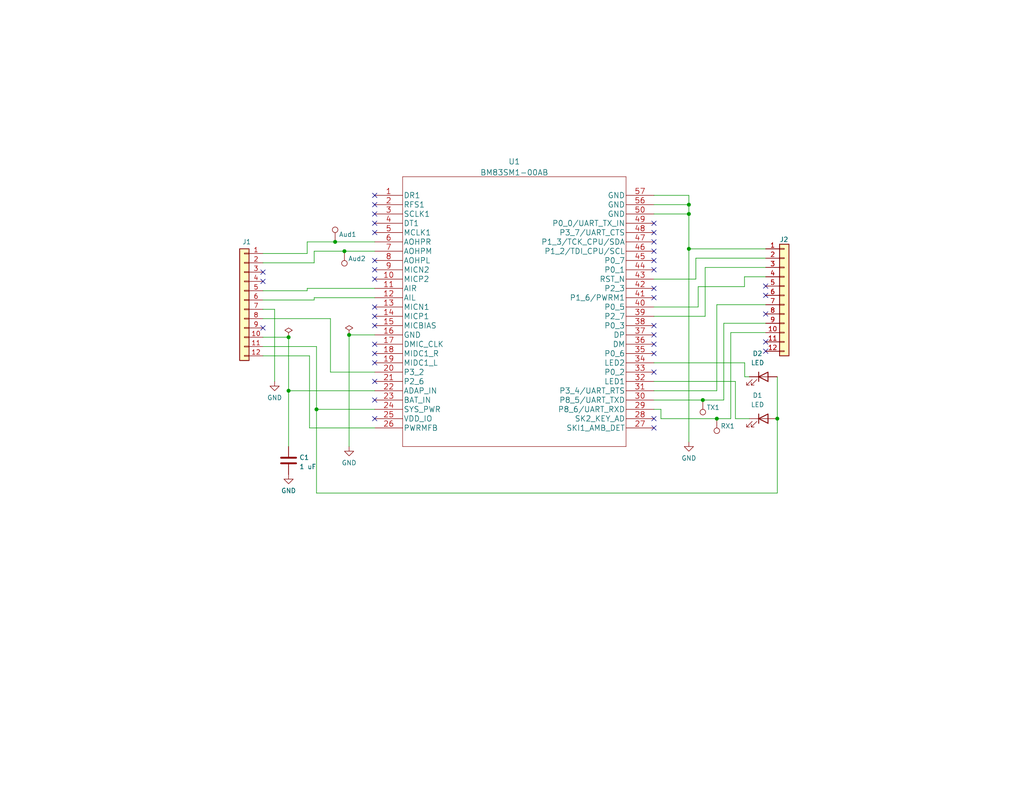
<source format=kicad_sch>
(kicad_sch (version 20231120) (generator "eeschema") (generator_version "8.0")
  (paper "USLetter")
  (title_block (title "BM-83 Carrier PCB") (date "2023-07-09") (rev "A"))
  (lib_symbols
    (symbol "BM-83:BM83SM1-00AB" (pin_names (offset 0.254))
      (property "Reference" "U" (at 38.1 10.16 0))
      (property "Value" "BM83SM1-00AB" (at 38.1 7.62 0))
      (symbol "BM83SM1-00AB_1_1"
        (polyline (pts (xy 7.62 -68.58) (xy 68.58 -68.58)) (stroke (width 0.127)))
        (polyline (pts (xy 7.62 5.08) (xy 7.62 -68.58)) (stroke (width 0.127)))
        (polyline (pts (xy 68.58 -68.58) (xy 68.58 5.08)) (stroke (width 0.127)))
        (polyline (pts (xy 68.58 5.08) (xy 7.62 5.08)) (stroke (width 0.127)))
        (pin input line (at 0 0 0) (length 7.62) (name "DR1") (number "1"))
        (pin input line (at 0 -22.86 0) (length 7.62) (name "MICP2") (number "10"))
        (pin input line (at 0 -25.4 0) (length 7.62) (name "AIR") (number "11"))
        (pin input line (at 0 -27.94 0) (length 7.62) (name "AIL") (number "12"))
        (pin input line (at 0 -30.48 0) (length 7.62) (name "MICN1") (number "13"))
        (pin input line (at 0 -33.02 0) (length 7.62) (name "MICP1") (number "14"))
        (pin power_in line (at 0 -35.56 0) (length 7.62) (name "MICBIAS") (number "15"))
        (pin power_in line (at 0 -38.1 0) (length 7.62) (name "GND") (number "16"))
        (pin output line (at 0 -40.64 0) (length 7.62) (name "DMIC_CLK") (number "17"))
        (pin input line (at 0 -43.18 0) (length 7.62) (name "MIDC1_R") (number "18"))
        (pin input line (at 0 -45.72 0) (length 7.62) (name "MIDC1_L") (number "19"))
        (pin bidirectional line (at 0 -2.54 0) (length 7.62) (name "RFS1") (number "2"))
        (pin bidirectional line (at 0 -48.26 0) (length 7.62) (name "P3_2") (number "20"))
        (pin bidirectional line (at 0 -50.8 0) (length 7.62) (name "P2_6") (number "21"))
        (pin power_in line (at 0 -53.34 0) (length 7.62) (name "ADAP_IN") (number "22"))
        (pin power_in line (at 0 -55.88 0) (length 7.62) (name "BAT_IN") (number "23"))
        (pin output line (at 0 -58.42 0) (length 7.62) (name "SYS_PWR") (number "24"))
        (pin power_in line (at 0 -60.96 0) (length 7.62) (name "VDD_IO") (number "25"))
        (pin input line (at 0 -63.5 0) (length 7.62) (name "PWRMFB") (number "26"))
        (pin input line (at 76.2 -63.5 180) (length 7.62) (name "SKI1_AMB_DET") (number "27"))
        (pin input line (at 76.2 -60.96 180) (length 7.62) (name "SK2_KEY_AD") (number "28"))
        (pin bidirectional line (at 76.2 -58.42 180) (length 7.62) (name "P8_6/UART_RXD") (number "29"))
        (pin bidirectional line (at 0 -5.08 0) (length 7.62) (name "SCLK1") (number "3"))
        (pin bidirectional line (at 76.2 -55.88 180) (length 7.62) (name "P8_5/UART_TXD") (number "30"))
        (pin bidirectional line (at 76.2 -53.34 180) (length 7.62) (name "P3_4/UART_RTS") (number "31"))
        (pin input line (at 76.2 -50.8 180) (length 7.62) (name "LED1") (number "32"))
        (pin bidirectional line (at 76.2 -48.26 180) (length 7.62) (name "P0_2") (number "33"))
        (pin input line (at 76.2 -45.72 180) (length 7.62) (name "LED2") (number "34"))
        (pin bidirectional line (at 76.2 -43.18 180) (length 7.62) (name "P0_6") (number "35"))
        (pin bidirectional line (at 76.2 -40.64 180) (length 7.62) (name "DM") (number "36"))
        (pin bidirectional line (at 76.2 -38.1 180) (length 7.62) (name "DP") (number "37"))
        (pin bidirectional line (at 76.2 -35.56 180) (length 7.62) (name "P0_3") (number "38"))
        (pin bidirectional line (at 76.2 -33.02 180) (length 7.62) (name "P2_7") (number "39"))
        (pin output line (at 0 -7.62 0) (length 7.62) (name "DT1") (number "4"))
        (pin bidirectional line (at 76.2 -30.48 180) (length 7.62) (name "P0_5") (number "40"))
        (pin bidirectional line (at 76.2 -27.94 180) (length 7.62) (name "P1_6/PWRM1") (number "41"))
        (pin bidirectional line (at 76.2 -25.4 180) (length 7.62) (name "P2_3") (number "42"))
        (pin input line (at 76.2 -22.86 180) (length 7.62) (name "RST_N") (number "43"))
        (pin bidirectional line (at 76.2 -20.32 180) (length 7.62) (name "P0_1") (number "44"))
        (pin bidirectional line (at 76.2 -17.78 180) (length 7.62) (name "P0_7") (number "45"))
        (pin bidirectional line (at 76.2 -15.24 180) (length 7.62) (name "P1_2/TDI_CPU/SCL") (number "46"))
        (pin bidirectional line (at 76.2 -12.7 180) (length 7.62) (name "P1_3/TCK_CPU/SDA") (number "47"))
        (pin bidirectional line (at 76.2 -10.16 180) (length 7.62) (name "P3_7/UART_CTS") (number "48"))
        (pin bidirectional line (at 76.2 -7.62 180) (length 7.62) (name "P0_0/UART_TX_IN") (number "49"))
        (pin output line (at 0 -10.16 0) (length 7.62) (name "MCLK1") (number "5"))
        (pin power_in line (at 76.2 -5.08 180) (length 7.62) (name "GND") (number "50"))
        (pin power_in line (at 76.2 -2.54 180) (length 7.62) (name "GND") (number "56"))
        (pin power_in line (at 76.2 0 180) (length 7.62) (name "GND") (number "57"))
        (pin output line (at 0 -12.7 0) (length 7.62) (name "AOHPR") (number "6"))
        (pin output line (at 0 -15.24 0) (length 7.62) (name "AOHPM") (number "7"))
        (pin output line (at 0 -17.78 0) (length 7.62) (name "AOHPL") (number "8"))
        (pin input line (at 0 -20.32 0) (length 7.62) (name "MICN2") (number "9"))
      )
    )
    (symbol "Connector:TestPoint" (pin_numbers hide) (pin_names (offset 0.762) hide)
      (property "Reference" "TP" (at 0 6.858 0))
      (property "Value" "TestPoint" (at 0 5.08 0))
      (symbol "TestPoint_0_1"
        (circle (center 0 3.302) (radius 0.762))
      )
      (symbol "TestPoint_1_1"
        (pin passive line (at 0 0 90) (length 2.54) (name "1") (number "1"))
      )
    )
    (symbol "Connector_Generic:Conn_01x12" (pin_names (offset 1.016) hide)
      (property "Reference" "J" (at 0 15.24 0))
      (property "Value" "Conn_01x12" (at 0 -17.78 0))
      (symbol "Conn_01x12_1_1"
        (rectangle (start -1.27 -15.113) (end 0 -15.367) (stroke (width 0.1524)))
        (rectangle (start -1.27 -12.573) (end 0 -12.827) (stroke (width 0.1524)))
        (rectangle (start -1.27 -10.033) (end 0 -10.287) (stroke (width 0.1524)))
        (rectangle (start -1.27 -7.493) (end 0 -7.747) (stroke (width 0.1524)))
        (rectangle (start -1.27 -4.953) (end 0 -5.207) (stroke (width 0.1524)))
        (rectangle (start -1.27 -2.413) (end 0 -2.667) (stroke (width 0.1524)))
        (rectangle (start -1.27 0.127) (end 0 -0.127) (stroke (width 0.1524)))
        (rectangle (start -1.27 2.667) (end 0 2.413) (stroke (width 0.1524)))
        (rectangle (start -1.27 5.207) (end 0 4.953) (stroke (width 0.1524)))
        (rectangle (start -1.27 7.747) (end 0 7.493) (stroke (width 0.1524)))
        (rectangle (start -1.27 10.287) (end 0 10.033) (stroke (width 0.1524)))
        (rectangle (start -1.27 12.827) (end 0 12.573) (stroke (width 0.1524)))
        (rectangle (start -1.27 13.97) (end 1.27 -16.51) (stroke (width 0.254)) (fill (type background)))
        (pin passive line (at -5.08 12.7 0) (length 3.81) (name "Pin_1") (number "1"))
        (pin passive line (at -5.08 -10.16 0) (length 3.81) (name "Pin_10") (number "10"))
        (pin passive line (at -5.08 -12.7 0) (length 3.81) (name "Pin_11") (number "11"))
        (pin passive line (at -5.08 -15.24 0) (length 3.81) (name "Pin_12") (number "12"))
        (pin passive line (at -5.08 10.16 0) (length 3.81) (name "Pin_2") (number "2"))
        (pin passive line (at -5.08 7.62 0) (length 3.81) (name "Pin_3") (number "3"))
        (pin passive line (at -5.08 5.08 0) (length 3.81) (name "Pin_4") (number "4"))
        (pin passive line (at -5.08 2.54 0) (length 3.81) (name "Pin_5") (number "5"))
        (pin passive line (at -5.08 0 0) (length 3.81) (name "Pin_6") (number "6"))
        (pin passive line (at -5.08 -2.54 0) (length 3.81) (name "Pin_7") (number "7"))
        (pin passive line (at -5.08 -5.08 0) (length 3.81) (name "Pin_8") (number "8"))
        (pin passive line (at -5.08 -7.62 0) (length 3.81) (name "Pin_9") (number "9"))
      )
    )
    (symbol "Device:C" (pin_numbers hide) (pin_names (offset 0.254))
      (property "Reference" "C" (at 0.635 2.54 0))
      (property "Value" "C" (at 0.635 -2.54 0))
      (symbol "C_0_1"
        (polyline (pts (xy -2.032 -0.762) (xy 2.032 -0.762)) (stroke (width 0.508)))
        (polyline (pts (xy -2.032 0.762) (xy 2.032 0.762)) (stroke (width 0.508)))
      )
      (symbol "C_1_1"
        (pin passive line (at 0 3.81 270) (length 2.794) (name "~") (number "1"))
        (pin passive line (at 0 -3.81 90) (length 2.794) (name "~") (number "2"))
      )
    )
    (symbol "Device:LED" (pin_numbers hide) (pin_names (offset 1.016) hide)
      (property "Reference" "D" (at 0 2.54 0))
      (property "Value" "LED" (at 0 -2.54 0))
      (symbol "LED_0_1"
        (polyline (pts (xy -1.27 -1.27) (xy -1.27 1.27)) (stroke (width 0.254)))
        (polyline (pts (xy -1.27 0) (xy 1.27 0)))
        (polyline (pts (xy 1.27 -1.27) (xy 1.27 1.27) (xy -1.27 0) (xy 1.27 -1.27)) (stroke (width 0.254)))
        (polyline (pts (xy -3.048 -0.762) (xy -4.572 -2.286) (xy -3.81 -2.286) (xy -4.572 -2.286) (xy -4.572 -1.524)))
        (polyline (pts (xy -1.778 -0.762) (xy -3.302 -2.286) (xy -2.54 -2.286) (xy -3.302 -2.286) (xy -3.302 -1.524)))
      )
      (symbol "LED_1_1"
        (pin passive line (at -3.81 0 0) (length 2.54) (name "K") (number "1"))
        (pin passive line (at 3.81 0 180) (length 2.54) (name "A") (number "2"))
      )
    )
    (symbol "power:GND" (power) (pin_names (offset 0))
      (property "Value" "GND" (at 0 -3.81 0))
      (symbol "GND_0_1"
        (polyline (pts (xy 0 0) (xy 0 -1.27) (xy 1.27 -1.27) (xy 0 -2.54) (xy -1.27 -1.27) (xy 0 -1.27)))
      )
      (symbol "GND_1_1"
        (pin power_in line (at 0 0 270) (length 0) hide (name "GND") (number "1"))
      )
    )
    (symbol "power:PWR_FLAG" (power) (pin_numbers hide) (pin_names (offset 0) hide)
      (property "Value" "PWR_FLAG" (at 0 3.81 0))
      (symbol "PWR_FLAG_0_0"
        (pin power_out line (at 0 0 90) (length 0) (name "pwr") (number "1"))
      )
      (symbol "PWR_FLAG_0_1"
        (polyline (pts (xy 0 0) (xy 0 1.27) (xy -1.016 1.905) (xy 0 2.54) (xy 1.016 1.905) (xy 0 1.27)))
      )
    )
  )
  (junction (at 78.74 106.68))
  (junction (at 191.77 109.22))
  (junction (at 95.25 91.44))
  (junction (at 195.58 114.3))
  (junction (at 187.96 58.42))
  (junction (at 212.09 114.3))
  (junction (at 91.44 66.04))
  (junction (at 86.36 111.76))
  (junction (at 187.96 67.945))
  (junction (at 187.96 55.88))
  (junction (at 93.98 68.58))
  (junction (at 78.74 92.075))
  (no_connect (at 208.915 78.105))
  (no_connect (at 178.435 116.84))
  (no_connect (at 178.435 114.3))
  (no_connect (at 178.435 93.98))
  (no_connect (at 178.435 96.52))
  (no_connect (at 178.435 101.6))
  (no_connect (at 178.435 88.9))
  (no_connect (at 178.435 91.44))
  (no_connect (at 178.435 60.96))
  (no_connect (at 178.435 63.5))
  (no_connect (at 178.435 66.04))
  (no_connect (at 178.435 68.58))
  (no_connect (at 178.435 71.12))
  (no_connect (at 178.435 73.66))
  (no_connect (at 178.435 78.74))
  (no_connect (at 178.435 81.28))
  (no_connect (at 102.235 88.9))
  (no_connect (at 102.235 93.98))
  (no_connect (at 102.235 96.52))
  (no_connect (at 102.235 99.06))
  (no_connect (at 102.235 53.34))
  (no_connect (at 102.235 55.88))
  (no_connect (at 102.235 58.42))
  (no_connect (at 102.235 71.12))
  (no_connect (at 102.235 63.5))
  (no_connect (at 102.235 73.66))
  (no_connect (at 102.235 76.2))
  (no_connect (at 102.235 83.82))
  (no_connect (at 102.235 86.36))
  (no_connect (at 102.235 60.96))
  (no_connect (at 102.235 104.14))
  (no_connect (at 102.235 109.22))
  (no_connect (at 71.755 74.295))
  (no_connect (at 208.915 80.645))
  (no_connect (at 208.915 93.345))
  (no_connect (at 208.915 95.885))
  (no_connect (at 71.755 89.535))
  (no_connect (at 102.235 114.3))
  (no_connect (at 208.915 85.725))
  (no_connect (at 71.755 76.835))
  (wire (pts (xy 200.66 104.14) (xy 200.66 114.3)))
  (wire (pts (xy 86.36 111.76) (xy 86.36 134.62)))
  (wire (pts (xy 71.755 81.915) (xy 85.725 81.915)))
  (wire (pts (xy 195.58 83.185) (xy 195.58 106.68)))
  (wire (pts (xy 203.1354 75.565) (xy 208.915 75.565)))
  (wire (pts (xy 208.915 88.265) (xy 197.485 88.265)))
  (wire (pts (xy 95.25 91.44) (xy 95.25 121.92)))
  (wire (pts (xy 78.74 106.68) (xy 78.74 121.92)))
  (wire (pts (xy 84.455 97.155) (xy 84.455 116.84)))
  (wire (pts (xy 91.44 66.04) (xy 102.235 66.04)))
  (wire (pts (xy 85.725 68.58) (xy 93.98 68.58)))
  (wire (pts (xy 208.915 83.185) (xy 195.58 83.185)))
  (wire (pts (xy 192.405 73.025) (xy 208.915 73.025)))
  (wire (pts (xy 90.17 86.995) (xy 90.17 101.6)))
  (wire (pts (xy 71.755 79.375) (xy 83.82 79.375)))
  (wire (pts (xy 187.96 55.88) (xy 187.96 58.42)))
  (wire (pts (xy 86.36 111.76) (xy 102.235 111.76)))
  (wire (pts (xy 93.98 68.58) (xy 102.235 68.58)))
  (wire (pts (xy 180.34 111.76) (xy 178.435 111.76)))
  (wire (pts (xy 208.915 90.805) (xy 199.39 90.805)))
  (wire (pts (xy 78.74 92.075) (xy 78.74 106.68)))
  (wire (pts (xy 74.93 84.455) (xy 74.93 104.14)))
  (wire (pts (xy 71.755 94.615) (xy 86.36 94.615)))
  (wire (pts (xy 192.405 86.36) (xy 192.405 73.025)))
  (wire (pts (xy 203.2 102.87) (xy 204.47 102.87)))
  (wire (pts (xy 83.82 78.74) (xy 102.235 78.74)))
  (wire (pts (xy 212.09 134.62) (xy 212.09 114.3)))
  (wire (pts (xy 195.58 114.3) (xy 199.39 114.3)))
  (wire (pts (xy 189.865 70.485) (xy 208.915 70.485)))
  (wire (pts (xy 189.865 76.2) (xy 189.865 70.485)))
  (wire (pts (xy 191.77 109.22) (xy 197.485 109.22)))
  (wire (pts (xy 85.725 71.755) (xy 85.725 68.58)))
  (wire (pts (xy 83.82 66.04) (xy 91.44 66.04)))
  (wire (pts (xy 203.2 99.06) (xy 203.2 102.87)))
  (wire (pts (xy 83.82 69.215) (xy 83.82 66.04)))
  (wire (pts (xy 187.96 67.945) (xy 208.915 67.945)))
  (wire (pts (xy 178.435 99.06) (xy 203.2 99.06)))
  (wire (pts (xy 178.435 109.22) (xy 191.77 109.22)))
  (wire (pts (xy 187.96 58.42) (xy 187.96 67.945)))
  (wire (pts (xy 180.34 114.3) (xy 195.58 114.3)))
  (wire (pts (xy 178.435 106.68) (xy 195.58 106.68)))
  (wire (pts (xy 178.435 104.14) (xy 200.66 104.14)))
  (wire (pts (xy 200.66 114.3) (xy 204.47 114.3)))
  (wire (pts (xy 203.1354 78.2567) (xy 203.1354 75.565)))
  (wire (pts (xy 71.755 71.755) (xy 85.725 71.755)))
  (wire (pts (xy 71.755 97.155) (xy 84.455 97.155)))
  (wire (pts (xy 86.36 134.62) (xy 212.09 134.62)))
  (wire (pts (xy 178.435 58.42) (xy 187.96 58.42)))
  (wire (pts (xy 190.5 78.2567) (xy 203.1354 78.2567)))
  (wire (pts (xy 85.725 81.28) (xy 102.235 81.28)))
  (wire (pts (xy 71.755 84.455) (xy 74.93 84.455)))
  (wire (pts (xy 178.435 53.34) (xy 187.96 53.34)))
  (wire (pts (xy 71.755 86.995) (xy 90.17 86.995)))
  (wire (pts (xy 86.36 94.615) (xy 86.36 111.76)))
  (wire (pts (xy 85.725 81.915) (xy 85.725 81.28)))
  (wire (pts (xy 187.96 53.34) (xy 187.96 55.88)))
  (wire (pts (xy 178.435 76.2) (xy 189.865 76.2)))
  (wire (pts (xy 178.435 55.88) (xy 187.96 55.88)))
  (wire (pts (xy 83.82 79.375) (xy 83.82 78.74)))
  (wire (pts (xy 90.17 101.6) (xy 102.235 101.6)))
  (wire (pts (xy 71.755 69.215) (xy 83.82 69.215)))
  (wire (pts (xy 197.485 88.265) (xy 197.485 109.22)))
  (wire (pts (xy 190.5 83.82) (xy 190.5 78.2567)))
  (wire (pts (xy 180.34 114.3) (xy 180.34 111.76)))
  (wire (pts (xy 199.39 90.805) (xy 199.39 114.3)))
  (wire (pts (xy 212.09 102.87) (xy 212.09 114.3)))
  (wire (pts (xy 78.74 106.68) (xy 102.235 106.68)))
  (wire (pts (xy 187.96 67.945) (xy 187.96 120.65)))
  (wire (pts (xy 102.235 116.84) (xy 84.455 116.84)))
  (wire (pts (xy 178.435 86.36) (xy 192.405 86.36)))
  (wire (pts (xy 178.435 83.82) (xy 190.5 83.82)))
  (wire (pts (xy 102.235 91.44) (xy 95.25 91.44)))
  (wire (pts (xy 71.755 92.075) (xy 78.74 92.075)))
  (symbol (lib_id "Device:LED") (at 208.28 102.87 0) (unit 1)
    (property "Reference" "D2" (at 206.6925 96.52 0))
    (property "Value" "LED" (at 206.6925 99.06 0))
    (property "Footprint" "LED_THT:LED_D3.0mm" (effects (hide yes)))
    (property "Description" "Light emitting diode" (effects (hide yes)))
  )
  (symbol (lib_id "power:GND") (at 95.25 121.92 0) (unit 1)
    (property "Reference" "#PWR03" (effects (hide yes)))
    (property "Value" "GND" (at 95.25 126.3634 0))
  )
  (symbol (lib_id "Connector_Generic:Conn_01x12") (at 213.995 80.645 0) (unit 1)
    (property "Reference" "J2" (at 212.725 65.405 0) (effects (justify left)))
    (property "Value" "Conn_01x12" (effects (hide yes)))
    (property "Footprint" "Connector_PinHeader_2.54mm:PinHeader_1x12_P2.54mm_Vertical" (effects (hide yes)))
  )
  (symbol (lib_id "power:GND") (at 187.96 120.65 0) (unit 1)
    (property "Reference" "#PWR04" (effects (hide yes)))
    (property "Value" "GND" (at 187.96 125.0934 0))
  )
  (symbol (lib_id "Connector:TestPoint") (at 93.98 68.58 0) (mirror x) (unit 1)
    (property "Reference" "Aud2" (at 94.996 70.612 0) (effects (justify left)))
    (property "Value" "TestPoint" (effects (hide yes)))
    (property "Footprint" "TestPoint:TestPoint_THTPad_D1.0mm_Drill0.5mm" (effects (hide yes)))
    (property "Description" "test point" (effects (hide yes)))
  )
  (symbol (lib_id "Device:C") (at 78.74 125.73 0) (unit 1)
    (property "Reference" "C1" (at 81.661 124.8953 0) (effects (justify left)))
    (property "Value" "1 uF" (at 81.661 127.4322 0) (effects (justify left)))
    (property "Footprint" "Capacitor_THT:C_Disc_D4.3mm_W1.9mm_P5.00mm" (effects (hide yes)))
  )
  (symbol (lib_id "power:GND") (at 78.74 129.54 0) (unit 1)
    (property "Reference" "#PWR02" (effects (hide yes)))
    (property "Value" "GND" (at 78.74 133.9834 0))
  )
  (symbol (lib_id "Connector:TestPoint") (at 191.77 109.22 0) (mirror x) (unit 1)
    (property "Reference" "TX1" (at 192.786 111.252 0) (effects (justify left)))
    (property "Value" "TestPoint" (effects (hide yes)))
    (property "Footprint" "TestPoint:TestPoint_THTPad_D1.0mm_Drill0.5mm" (effects (hide yes)))
    (property "Description" "test point" (effects (hide yes)))
  )
  (symbol (lib_id "BM-83:BM83SM1-00AB") (at 102.235 53.34 0) (unit 1)
    (property "Reference" "U1" (at 140.335 44.1124 0) (effects (font (size 1.524 1.524))))
    (property "Value" "BM83SM1-00AB" (at 140.335 47.1058 0) (effects (font (size 1.524 1.524))))
    (property "Footprint" "BM83:BM83SM1-00AB" (effects (hide yes)))
  )
  (symbol (lib_id "Connector:TestPoint") (at 91.44 66.04 0) (unit 1)
    (property "Reference" "Aud1" (at 92.456 64.008 0) (effects (justify left)))
    (property "Value" "TestPoint" (effects (hide yes)))
    (property "Footprint" "TestPoint:TestPoint_THTPad_D1.0mm_Drill0.5mm" (effects (hide yes)))
    (property "Description" "test point" (effects (hide yes)))
  )
  (symbol (lib_id "power:PWR_FLAG") (at 78.74 92.075 0) (unit 1)
    (property "Reference" "#FLG01" (effects (hide yes)))
    (property "Value" "PWR_FLAG" (effects (hide yes)))
  )
  (symbol (lib_id "Device:LED") (at 208.28 114.3 0) (unit 1)
    (property "Reference" "D1" (at 206.6925 107.95 0))
    (property "Value" "LED" (at 206.6925 110.49 0))
    (property "Footprint" "LED_THT:LED_D3.0mm" (effects (hide yes)))
    (property "Description" "Light emitting diode" (effects (hide yes)))
  )
  (symbol (lib_id "Connector_Generic:Conn_01x12") (at 66.675 81.915 0) (mirror y) (unit 1)
    (property "Reference" "J1" (at 67.31 66.04 0))
    (property "Value" "Conn_01x12" (effects (hide yes)))
    (property "Footprint" "Connector_PinHeader_2.54mm:PinHeader_1x12_P2.54mm_Vertical" (effects (hide yes)))
  )
  (symbol (lib_id "power:GND") (at 74.93 104.14 0) (unit 1)
    (property "Reference" "#PWR01" (effects (hide yes)))
    (property "Value" "GND" (at 74.93 108.5834 0))
  )
  (symbol (lib_id "power:PWR_FLAG") (at 95.25 91.44 0) (unit 1)
    (property "Reference" "#FLG02" (effects (hide yes)))
    (property "Value" "PWR_FLAG" (effects (hide yes)))
  )
  (symbol (lib_id "Connector:TestPoint") (at 195.58 114.3 0) (mirror x) (unit 1)
    (property "Reference" "RX1" (at 196.596 116.332 0) (effects (justify left)))
    (property "Value" "TestPoint" (effects (hide yes)))
    (property "Footprint" "TestPoint:TestPoint_THTPad_D1.0mm_Drill0.5mm" (effects (hide yes)))
    (property "Description" "test point" (effects (hide yes)))
  )
)
</source>
